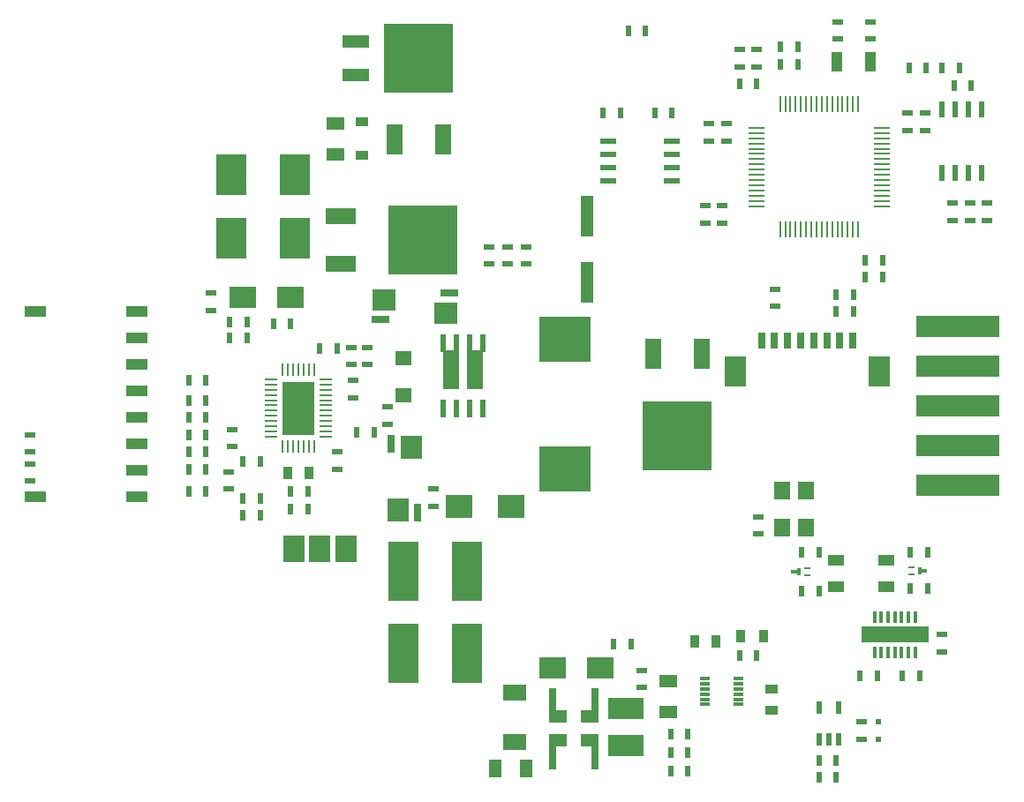
<source format=gbr>
%TF.GenerationSoftware,KiCad,Pcbnew,7.0.8*%
%TF.CreationDate,2024-06-23T22:41:18+02:00*%
%TF.ProjectId,Stima V4 Power,5374696d-6120-4563-9420-506f7765722e,rev?*%
%TF.SameCoordinates,Original*%
%TF.FileFunction,Paste,Top*%
%TF.FilePolarity,Positive*%
%FSLAX46Y46*%
G04 Gerber Fmt 4.6, Leading zero omitted, Abs format (unit mm)*
G04 Created by KiCad (PCBNEW 7.0.8) date 2024-06-23 22:41:18*
%MOMM*%
%LPD*%
G01*
G04 APERTURE LIST*
%ADD10R,0.600000X1.000000*%
%ADD11R,1.600000X3.000000*%
%ADD12R,6.700000X6.700000*%
%ADD13R,1.000000X0.600000*%
%ADD14R,2.100000X3.000000*%
%ADD15R,0.800000X1.600000*%
%ADD16R,1.100000X1.900000*%
%ADD17R,0.900000X1.270000*%
%ADD18R,1.800000X1.200000*%
%ADD19R,2.600000X2.200000*%
%ADD20R,1.600000X1.000000*%
%ADD21R,2.200000X1.600000*%
%ADD22R,0.600000X1.800000*%
%ADD23R,1.650000X3.800000*%
%ADD24R,3.000000X1.600000*%
%ADD25R,2.000000X1.100000*%
%ADD26R,2.500000X2.000000*%
%ADD27R,0.800000X0.300000*%
%ADD28R,0.400000X0.800000*%
%ADD29R,6.500000X1.650000*%
%ADD30R,1.600000X1.800000*%
%ADD31R,3.000000X4.000000*%
%ADD32R,1.700000X0.760000*%
%ADD33R,2.290000X2.030000*%
%ADD34R,0.760000X1.700000*%
%ADD35R,2.030000X2.290000*%
%ADD36R,0.450000X0.250000*%
%ADD37R,0.400000X0.300000*%
%ADD38R,2.000000X2.500000*%
%ADD39R,0.280000X1.500000*%
%ADD40R,1.500000X0.280000*%
%ADD41R,0.700000X2.300000*%
%ADD42R,1.700000X1.300000*%
%ADD43R,1.200000X4.000000*%
%ADD44R,1.270000X0.900000*%
%ADD45R,1.200000X1.800000*%
%ADD46R,1.600000X1.400000*%
%ADD47R,0.600000X0.600000*%
%ADD48R,0.600000X1.600000*%
%ADD49R,0.600000X1.200000*%
%ADD50R,3.400000X1.100000*%
%ADD51R,3.400000X0.980000*%
%ADD52R,1.220000X0.910000*%
%ADD53R,1.200000X0.250000*%
%ADD54R,0.250000X1.200000*%
%ADD55R,3.150000X5.150000*%
%ADD56R,1.600000X0.600000*%
%ADD57R,8.000000X2.000000*%
%ADD58R,5.000000X3.100000*%
%ADD59R,2.600000X1.200000*%
G04 APERTURE END LIST*
D10*
%TO.C,C38*%
X135661415Y-107543600D03*
X137312415Y-107543600D03*
%TD*%
%TO.C,R20*%
X124739415Y-110337600D03*
X126390415Y-110337600D03*
%TD*%
%TO.C,C12*%
X177952415Y-72237600D03*
X176301415Y-72237600D03*
%TD*%
%TO.C,C41*%
X130962415Y-114909600D03*
X129311415Y-114909600D03*
%TD*%
D11*
%TO.C,Q2*%
X168732215Y-100050600D03*
D12*
X166420815Y-107899200D03*
D11*
X164109415Y-100050600D03*
%TD*%
D13*
%TO.C,C30*%
X148361415Y-91414600D03*
X148361415Y-89763600D03*
%TD*%
%TO.C,R6*%
X196113415Y-87223590D03*
X196113415Y-85572590D03*
%TD*%
D10*
%TO.C,C35*%
X121183415Y-106146600D03*
X119532415Y-106146600D03*
%TD*%
D14*
%TO.C,J1*%
X171956415Y-101701600D03*
X185786415Y-101701600D03*
D15*
X174496415Y-98780600D03*
X175746415Y-98780600D03*
X176996415Y-98780600D03*
X178246415Y-98780600D03*
X179496415Y-98780600D03*
X180746415Y-98780600D03*
X181996415Y-98780600D03*
X183246415Y-98780600D03*
%TD*%
D10*
%TO.C,R27*%
X126390415Y-113893600D03*
X124739415Y-113893600D03*
%TD*%
%TO.C,C3*%
X194589415Y-74242980D03*
X192938415Y-74242980D03*
%TD*%
D16*
%TO.C,X1*%
X181737015Y-71983600D03*
X184937415Y-71983600D03*
%TD*%
D10*
%TO.C,R28*%
X172364415Y-129006600D03*
X174015415Y-129006600D03*
%TD*%
D17*
%TO.C,C39*%
X129057415Y-111480600D03*
X131089415Y-111480600D03*
%TD*%
D18*
%TO.C,C48*%
X165506415Y-131419600D03*
X165506415Y-134419600D03*
%TD*%
D10*
%TO.C,C20*%
X190398415Y-119100590D03*
X188747415Y-119100590D03*
%TD*%
D13*
%TO.C,C29*%
X136677415Y-99415600D03*
X136677415Y-101066600D03*
%TD*%
%TO.C,C55*%
X184048415Y-137007600D03*
X184048415Y-135356600D03*
%TD*%
D10*
%TO.C,FIL1*%
X172364415Y-74142600D03*
X174015415Y-74142600D03*
%TD*%
D17*
%TO.C,DL1*%
X174650415Y-127101600D03*
X172491415Y-127101600D03*
%TD*%
D13*
%TO.C,C2*%
X174015415Y-72491600D03*
X174015415Y-70840600D03*
%TD*%
%TO.C,R24*%
X104292415Y-109448590D03*
X104292415Y-107797590D03*
%TD*%
D10*
%TO.C,C25*%
X178333415Y-119073980D03*
X179984415Y-119073980D03*
%TD*%
D19*
%TO.C,C44*%
X145440415Y-114655600D03*
X150433415Y-114655600D03*
%TD*%
D13*
%TO.C,C40*%
X133756415Y-109448600D03*
X133756415Y-111099600D03*
%TD*%
D20*
%TO.C,L1*%
X186461415Y-122402590D03*
X186461415Y-119862590D03*
X181635415Y-119862590D03*
X181635415Y-122402590D03*
%TD*%
D21*
%TO.C,D3*%
X150774415Y-137261600D03*
X150774415Y-132562600D03*
%TD*%
D22*
%TO.C,Q3*%
X143916415Y-99034600D03*
D23*
X144678415Y-101574600D03*
D22*
X145186415Y-99034600D03*
X146456415Y-99034600D03*
D23*
X146964415Y-101574600D03*
D22*
X147726415Y-99034600D03*
X145186415Y-105257600D03*
X147726415Y-105257600D03*
X143916415Y-105257600D03*
X146456415Y-105257600D03*
%TD*%
D24*
%TO.C,Q1*%
X134137415Y-86765180D03*
D12*
X141986015Y-89076580D03*
D24*
X134137415Y-91387980D03*
%TD*%
D13*
%TO.C,C1*%
X172364415Y-72491600D03*
X172364415Y-70840600D03*
%TD*%
D25*
%TO.C,SW1*%
X104800415Y-95986600D03*
X104800415Y-113766600D03*
X114579415Y-95986600D03*
X114579415Y-98526600D03*
X114579415Y-101066600D03*
X114579415Y-103606600D03*
X114579415Y-106146600D03*
X114579415Y-108686600D03*
X114579415Y-111226600D03*
X114579415Y-113766600D03*
%TD*%
D10*
%TO.C,C23*%
X185572415Y-130911590D03*
X183921415Y-130911590D03*
%TD*%
D26*
%TO.C,DZ3*%
X129311415Y-94589600D03*
X124739415Y-94589600D03*
%TD*%
D27*
%TO.C,U6*%
X168935415Y-131165600D03*
X169189415Y-131165600D03*
X168935415Y-131665600D03*
X169189415Y-131665600D03*
X168935415Y-132165600D03*
X169189415Y-132165600D03*
X168935415Y-132665600D03*
X169189415Y-132665600D03*
X168935415Y-133165600D03*
X169189415Y-133165600D03*
X168935415Y-133665600D03*
X169189415Y-133665600D03*
X172189415Y-133665600D03*
X172443415Y-133665600D03*
X172443415Y-133665600D03*
X172189415Y-133165600D03*
X172443415Y-133165600D03*
X172189415Y-132665600D03*
X172443415Y-132665600D03*
X172189415Y-132165600D03*
X172443415Y-132165600D03*
X172189415Y-131665600D03*
X172443415Y-131665600D03*
X172189415Y-131165600D03*
X172443415Y-131165600D03*
%TD*%
D10*
%TO.C,C19*%
X178333425Y-122756980D03*
X179984425Y-122756980D03*
%TD*%
%TO.C,C51*%
X167411415Y-140055600D03*
X165760415Y-140055600D03*
%TD*%
D13*
%TO.C,R22*%
X123723415Y-108940600D03*
X123723415Y-107289600D03*
%TD*%
%TO.C,C4*%
X171094415Y-79576980D03*
X171094415Y-77925980D03*
%TD*%
D10*
%TO.C,R21*%
X129311415Y-113258600D03*
X130962415Y-113258600D03*
%TD*%
%TO.C,R17*%
X121183415Y-102590600D03*
X119532415Y-102590600D03*
%TD*%
D28*
%TO.C,U4*%
X185318415Y-128473190D03*
X185318415Y-128879590D03*
X185968415Y-128473190D03*
X185968415Y-128879590D03*
X186618415Y-128473190D03*
X186618415Y-128879590D03*
X187268415Y-128473190D03*
X187268415Y-128879590D03*
X187918415Y-128473190D03*
X187918415Y-128879590D03*
X188568415Y-128473190D03*
X188568415Y-128879590D03*
X189218415Y-128473190D03*
X189218415Y-128879590D03*
X189218415Y-125066790D03*
X189218415Y-125473190D03*
X188568415Y-125066790D03*
X188568415Y-125473190D03*
X187918415Y-125066790D03*
X187918415Y-125473190D03*
X187268415Y-125066790D03*
X187268415Y-125473190D03*
X186618415Y-125066790D03*
X186618415Y-125473190D03*
X185968415Y-125066790D03*
X185968415Y-125473190D03*
X185318415Y-125066790D03*
X185318415Y-125473190D03*
D29*
X187268415Y-126973190D03*
%TD*%
D10*
%TO.C,R14*%
X123469415Y-98526600D03*
X125120415Y-98526600D03*
%TD*%
%TO.C,C42*%
X121183415Y-109448600D03*
X119532415Y-109448600D03*
%TD*%
D13*
%TO.C,C37*%
X138582415Y-105130600D03*
X138582415Y-106781600D03*
%TD*%
D11*
%TO.C,Q4*%
X139293615Y-79476600D03*
D12*
X141605015Y-71628000D03*
D11*
X143916415Y-79476600D03*
%TD*%
D30*
%TO.C,R11*%
X178714415Y-113104980D03*
X178714415Y-116660980D03*
%TD*%
D31*
%TO.C,L2*%
X129692415Y-82830710D03*
X129692415Y-88926710D03*
X123596415Y-82830710D03*
X123596415Y-88926710D03*
%TD*%
D26*
%TO.C,DZ4*%
X154457415Y-130149600D03*
X159029415Y-130149600D03*
%TD*%
D32*
%TO.C,R13*%
X137947415Y-96748600D03*
X144551415Y-94208600D03*
D33*
X138252215Y-94843600D03*
X144246615Y-96113600D03*
%TD*%
D10*
%TO.C,R19*%
X119532415Y-107797600D03*
X121183415Y-107797600D03*
%TD*%
D13*
%TO.C,R1*%
X175793415Y-93827600D03*
X175793415Y-95478600D03*
%TD*%
%TO.C,R26*%
X123342415Y-113004600D03*
X123342415Y-111353600D03*
%TD*%
D34*
%TO.C,R18*%
X138963415Y-108686600D03*
X141503415Y-115290600D03*
D35*
X140868415Y-108991400D03*
X139598415Y-114985800D03*
%TD*%
D36*
%TO.C,DZ2*%
X178968415Y-121232980D03*
X178739815Y-121232980D03*
X178968415Y-120572580D03*
X178739815Y-120572580D03*
D28*
X178054015Y-120902780D03*
D37*
X177698415Y-120902780D03*
X177495215Y-120902780D03*
%TD*%
D38*
%TO.C,JP5*%
X129605415Y-118719600D03*
X132105415Y-118719600D03*
X134605415Y-118719600D03*
%TD*%
D39*
%TO.C,U1*%
X183765405Y-76083600D03*
X183265415Y-76083600D03*
X182765415Y-76083600D03*
X182265415Y-76083600D03*
X181765415Y-76083600D03*
X181265415Y-76083600D03*
X180765415Y-76083600D03*
X180265415Y-76083600D03*
X179765415Y-76083600D03*
X179265415Y-76083600D03*
X178765415Y-76083600D03*
X178265425Y-76083600D03*
X177765415Y-76083600D03*
X177265415Y-76083600D03*
X176765425Y-76083600D03*
X176265425Y-76083600D03*
D40*
X174015425Y-78333600D03*
X174015425Y-78833600D03*
X174015425Y-79333600D03*
X174015425Y-79833600D03*
X174015425Y-80333600D03*
X174015425Y-80833600D03*
X174015425Y-81333600D03*
X174015425Y-81833600D03*
X174015425Y-82333600D03*
X174015425Y-82833590D03*
X174015425Y-83333590D03*
X174015425Y-83833590D03*
X174015425Y-84333590D03*
X174015425Y-84833590D03*
X174015425Y-85333590D03*
X174015425Y-85833590D03*
D39*
X176265425Y-88083590D03*
X176765425Y-88083590D03*
X177265415Y-88083590D03*
X177765415Y-88083590D03*
X178265425Y-88083590D03*
X178765415Y-88083590D03*
X179265415Y-88083590D03*
X179765415Y-88083590D03*
X180265415Y-88083590D03*
X180765415Y-88083590D03*
X181265415Y-88083590D03*
X181765415Y-88083590D03*
X182265415Y-88083590D03*
X182765415Y-88083590D03*
X183265415Y-88083590D03*
X183765405Y-88083590D03*
D40*
X186015415Y-85833590D03*
X186015415Y-85333590D03*
X186015415Y-84833590D03*
X186015415Y-84333590D03*
X186015415Y-83833590D03*
X186015415Y-83333590D03*
X186015415Y-82833590D03*
X186015415Y-82333600D03*
X186015415Y-81833600D03*
X186015415Y-81333600D03*
X186015415Y-80833600D03*
X186015415Y-80333600D03*
X186015415Y-79833600D03*
X186015415Y-79333600D03*
X186015415Y-78833600D03*
X186015415Y-78333600D03*
%TD*%
D10*
%TO.C,R7*%
X193446415Y-72618600D03*
X191795415Y-72618600D03*
%TD*%
D13*
%TO.C,R16*%
X121691415Y-94208600D03*
X121691415Y-95859600D03*
%TD*%
D10*
%TO.C,R31*%
X119532415Y-113258600D03*
X121183415Y-113258600D03*
%TD*%
D41*
%TO.C,L5*%
X154457415Y-138785600D03*
X154457415Y-137642600D03*
D42*
X154965415Y-137134600D03*
X154965415Y-134848600D03*
D41*
X154457415Y-134340600D03*
X154457415Y-133197600D03*
D42*
X158013415Y-134848600D03*
D41*
X158521415Y-134340600D03*
X158521415Y-133197600D03*
X158521415Y-138785600D03*
X158521415Y-137642600D03*
D42*
X158013415Y-137134600D03*
%TD*%
D43*
%TO.C,C28*%
X157759415Y-93192600D03*
X157759415Y-86842600D03*
%TD*%
D44*
%TO.C,C52*%
X175412415Y-134213600D03*
X175412415Y-132181600D03*
%TD*%
D10*
%TO.C,C50*%
X167411415Y-138277600D03*
X165760415Y-138277600D03*
%TD*%
%TO.C,R9*%
X159283415Y-76936600D03*
X160934415Y-76936600D03*
%TD*%
D18*
%TO.C,R30*%
X133629415Y-77873600D03*
X133629415Y-80873600D03*
%TD*%
D10*
%TO.C,C6*%
X186080415Y-91033600D03*
X184429415Y-91033600D03*
%TD*%
D13*
%TO.C,C43*%
X143027415Y-114655600D03*
X143027415Y-113004600D03*
%TD*%
%TO.C,R4*%
X194462415Y-85572600D03*
X194462415Y-87223600D03*
%TD*%
D10*
%TO.C,C54*%
X181635415Y-139039590D03*
X179984415Y-139039590D03*
%TD*%
D45*
%TO.C,F2*%
X148917415Y-139801600D03*
X151917415Y-139801600D03*
%TD*%
D46*
%TO.C,D2*%
X140106415Y-103987600D03*
X140106415Y-100431600D03*
%TD*%
D13*
%TO.C,C31*%
X150139415Y-91414600D03*
X150139415Y-89763600D03*
%TD*%
D10*
%TO.C,R23*%
X124739415Y-115544600D03*
X126390415Y-115544600D03*
%TD*%
D13*
%TO.C,C11*%
X190144415Y-78587590D03*
X190144415Y-76936590D03*
%TD*%
%TO.C,R5*%
X192811415Y-85572600D03*
X192811415Y-87223600D03*
%TD*%
D47*
%TO.C,DZ5*%
X185699415Y-137007600D03*
X185699415Y-135356600D03*
%TD*%
D10*
%TO.C,R2*%
X183286415Y-95986600D03*
X181635415Y-95986600D03*
%TD*%
D48*
%TO.C,U2*%
X195605415Y-76555600D03*
X194335415Y-76555600D03*
X193065415Y-76555600D03*
X191795415Y-76555600D03*
X191795415Y-82651600D03*
X193065415Y-82651600D03*
X194335415Y-82651600D03*
X195605415Y-82651600D03*
%TD*%
D13*
%TO.C,C46*%
X162966415Y-130403600D03*
X162966415Y-132054600D03*
%TD*%
D10*
%TO.C,C27*%
X125120415Y-97002600D03*
X123469415Y-97002600D03*
%TD*%
%TO.C,R15*%
X119532415Y-104495600D03*
X121183415Y-104495600D03*
%TD*%
%TO.C,C22*%
X187985415Y-130911600D03*
X189636415Y-130911600D03*
%TD*%
%TO.C,R8*%
X177952415Y-70586600D03*
X176301415Y-70586600D03*
%TD*%
D49*
%TO.C,U7*%
X179984415Y-137007590D03*
X180934415Y-137007590D03*
X181884415Y-137007590D03*
X181889415Y-133959590D03*
X179984415Y-133959590D03*
%TD*%
D50*
%TO.C,L6*%
X161442415Y-133578600D03*
D51*
X161442415Y-134594600D03*
X161442415Y-137134600D03*
D50*
X161442415Y-138150600D03*
%TD*%
D52*
%TO.C,DZ6*%
X136169415Y-80984600D03*
X136169415Y-77714600D03*
%TD*%
D10*
%TO.C,C45*%
X121183415Y-111099600D03*
X119532415Y-111099600D03*
%TD*%
D13*
%TO.C,C34*%
X135153415Y-99415600D03*
X135153415Y-101066600D03*
%TD*%
D10*
%TO.C,C15*%
X188620415Y-72618600D03*
X190271415Y-72618600D03*
%TD*%
%TO.C,C18*%
X190398415Y-122529590D03*
X188747415Y-122529590D03*
%TD*%
D36*
%TO.C,DZ1*%
X188747415Y-120497590D03*
X188976015Y-120497590D03*
X188747415Y-121157990D03*
X188976015Y-121157990D03*
D28*
X189661815Y-120827790D03*
D37*
X190017415Y-120827790D03*
X190220615Y-120827790D03*
%TD*%
D10*
%TO.C,C49*%
X167411415Y-136499600D03*
X165760415Y-136499600D03*
%TD*%
%TO.C,R10*%
X163347415Y-69062600D03*
X161696415Y-69062600D03*
%TD*%
D13*
%TO.C,C8*%
X169443415Y-77925980D03*
X169443415Y-79576980D03*
%TD*%
%TO.C,C9*%
X169062415Y-85826600D03*
X169062415Y-87477600D03*
%TD*%
D53*
%TO.C,U5*%
X127406415Y-102463600D03*
X127406415Y-102963600D03*
X127406415Y-103463600D03*
X127406415Y-103963600D03*
X127406415Y-104463600D03*
X127406415Y-104963600D03*
X127406415Y-105463600D03*
X127406415Y-105963600D03*
X127406415Y-106463600D03*
X127406415Y-106963600D03*
X127406415Y-107463600D03*
X127406415Y-107963600D03*
D54*
X128560415Y-108867590D03*
X129060415Y-108867590D03*
X129560415Y-108867590D03*
X130060415Y-108867590D03*
X130560415Y-108867590D03*
X131060415Y-108867590D03*
X131560415Y-108867590D03*
D53*
X132714415Y-107963590D03*
X132714415Y-107463590D03*
X132714415Y-106963590D03*
X132714415Y-106463590D03*
X132714415Y-105963580D03*
X132714405Y-105463590D03*
X132714405Y-104963590D03*
X132714415Y-104463590D03*
X132714415Y-103963590D03*
X132714415Y-103463590D03*
X132714415Y-102963590D03*
X132714415Y-102463590D03*
D54*
X131560415Y-101559600D03*
X131060415Y-101559600D03*
X130560405Y-101559600D03*
X130060415Y-101559600D03*
X129560415Y-101559600D03*
X129060415Y-101559600D03*
X128560415Y-101559600D03*
D55*
X130060415Y-105264390D03*
%TD*%
D13*
%TO.C,C13*%
X184937415Y-69824600D03*
X184937415Y-68173600D03*
%TD*%
D10*
%TO.C,R3*%
X183286415Y-94335600D03*
X181635415Y-94335600D03*
%TD*%
D31*
%TO.C,L4*%
X140106415Y-129641600D03*
X140106415Y-127863600D03*
X140106415Y-121767600D03*
X140106415Y-119989600D03*
X146202415Y-129641600D03*
X146202415Y-127863600D03*
X146202415Y-121767600D03*
X146202415Y-119989600D03*
%TD*%
D56*
%TO.C,U3*%
X159791415Y-79603600D03*
X159791415Y-80873600D03*
X159791415Y-82143600D03*
X159791415Y-83413600D03*
X165887415Y-83413600D03*
X165887415Y-82143600D03*
X165887415Y-80873600D03*
X165887415Y-79603600D03*
%TD*%
D10*
%TO.C,C53*%
X181635415Y-140690590D03*
X179984415Y-140690590D03*
%TD*%
D13*
%TO.C,C36*%
X135280415Y-104241600D03*
X135280415Y-102590600D03*
%TD*%
D57*
%TO.C,J2*%
X193319415Y-112623600D03*
X193319415Y-108813600D03*
X193319415Y-105003600D03*
X193319415Y-101193600D03*
X193319415Y-97383600D03*
%TD*%
D10*
%TO.C,C26*%
X129311415Y-97129600D03*
X127660415Y-97129600D03*
%TD*%
%TO.C,C17*%
X165887415Y-76936600D03*
X164236415Y-76936600D03*
%TD*%
D17*
%TO.C,R29*%
X170078415Y-127609600D03*
X168046415Y-127609600D03*
%TD*%
D10*
%TO.C,C10*%
X184429415Y-92684600D03*
X186080415Y-92684600D03*
%TD*%
D58*
%TO.C,L3*%
X155600415Y-98018600D03*
X155600415Y-99288600D03*
X155600415Y-110464600D03*
X155600415Y-111734600D03*
%TD*%
D13*
%TO.C,C21*%
X174142415Y-117295980D03*
X174142415Y-115644980D03*
%TD*%
D59*
%TO.C,F1*%
X135534415Y-73253600D03*
X135534415Y-70053600D03*
%TD*%
D13*
%TO.C,R25*%
X104292415Y-110591600D03*
X104292415Y-112242600D03*
%TD*%
%TO.C,C7*%
X188493415Y-76936600D03*
X188493415Y-78587600D03*
%TD*%
D10*
%TO.C,C33*%
X132105415Y-99542600D03*
X133756415Y-99542600D03*
%TD*%
%TO.C,C47*%
X161950415Y-127863600D03*
X160299415Y-127863600D03*
%TD*%
D13*
%TO.C,C24*%
X191795415Y-128625590D03*
X191795415Y-126974590D03*
%TD*%
%TO.C,C5*%
X170713415Y-87477600D03*
X170713415Y-85826600D03*
%TD*%
%TO.C,C32*%
X151917415Y-91414600D03*
X151917415Y-89763600D03*
%TD*%
D30*
%TO.C,R12*%
X176428415Y-113104980D03*
X176428415Y-116660980D03*
%TD*%
D13*
%TO.C,C14*%
X181762415Y-69824600D03*
X181762415Y-68173600D03*
%TD*%
M02*

</source>
